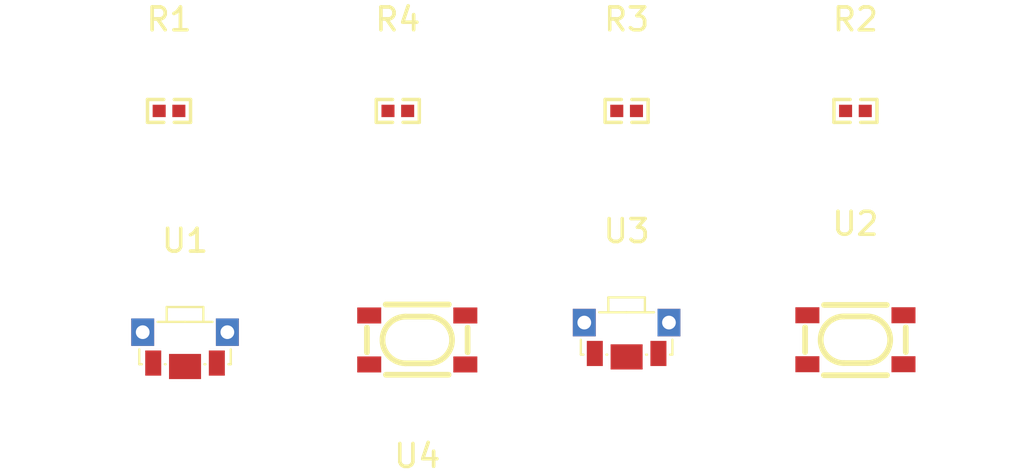
<source format=kicad_pcb>
(kicad_pcb (version 20241229) (generator "pcbnew") (generator_version "9.0")
  (layers (0 "F.Cu" signal) (2 "B.Cu" signal) (13 "F.Paste" user) (15 "B.Paste" user) (5 "F.SilkS" user "F.Silkscreen") (7 "B.SilkS" user "B.Silkscreen") (1 "F.Mask" user) (3 "B.Mask" user) (25 "Edge.Cuts" user))
  (net 0 "")
  (net 1 "btn_pulldown_vertical-gnd")
  (net 2 "hv")
  (net 3 "btn_pulldown_horizontal.btn.footprint.pins[2].net-net")
  (net 4 "btn_pulldown_horizontal-gnd")
  (net 5 "net-3")
  (net 6 "btn_pulldown_horizontal.btn.footprint.pins[3].net-net")
  (net 7 "btn_pullup_horizontal.btn.footprint.pins[3].net-net")
  (net 8 "line")
  (net 9 "net-1")
  (net 10 "line-3")
  (net 11 "btn_pullup_horizontal-hv")
  (net 12 "btn_pullup_horizontal.btn.footprint.pins[2].net-net")
  (net 13 "net")
  (net 14 "line-1")
  (net 15 "line-2")
  (net 16 "net-2")
  (footprint "atopile:R0402-56259e" (layer "F.Cu") (at 20 -10 0)
    (property "Reference" "R3" (at 0 -4 0) (layer "F.SilkS") (hide no))
    (property "Value" "10kΩ ±1% 62.5mW")
    (fp_line (start -0.94 -0.5) (end -0.23 -0.5) (stroke (width 0.15)) (layer "F.SilkS"))
    (fp_line (start -0.94 0.5) (end -0.94 -0.5) (stroke (width 0.15)) (layer "F.SilkS"))
    (fp_line (start -0.23 0.5) (end -0.94 0.5) (stroke (width 0.15)) (layer "F.SilkS"))
    (fp_line (start 0.23 0.5) (end 0.94 0.5) (stroke (width 0.15)) (layer "F.SilkS"))
    (fp_line (start 0.94 -0.5) (end 0.23 -0.5) (stroke (width 0.15)) (layer "F.SilkS"))
    (fp_line (start 0.94 0.5) (end 0.94 -0.5) (stroke (width 0.15)) (layer "F.SilkS"))
    (fp_text user "${REFERENCE}" (at 0 -4 0) (layer "F.SilkS"))
    (pad "1" smd rect (at -0.43 0 0) (size 0.57 0.54) (layers "F.Cu" "F.Mask" "F.Paste") (net 9 "net-1"))
    (pad "2" smd rect (at 0.43 0 0) (size 0.57 0.54) (layers "F.Cu" "F.Mask" "F.Paste") (net 11 "btn_pullup_horizontal-hv"))
  )
  (footprint "atopile:KEY-SMD_SKTDLDE010-0426f5" (layer "F.Cu") (at 20 0 0)
    (property "Reference" "U3" (at 0 -4.75 0) (layer "F.SilkS") (hide no))
    (property "Value" "")
    (fp_line (start -2 0.65) (end -2 0) (stroke (width 0.1)) (layer "F.SilkS"))
    (fp_line (start -2 0.65) (end -1.89 0.65) (stroke (width 0.1)) (layer "F.SilkS"))
    (fp_line (start -0.88 0.65) (end -0.85 0.65) (stroke (width 0.1)) (layer "F.SilkS"))
    (fp_line (start -0.8 -1.85) (end 0.8 -1.85) (stroke (width 0.1)) (layer "F.SilkS"))
    (fp_line (start -0.8 -1.25) (end -0.8 -1.85) (stroke (width 0.1)) (layer "F.SilkS"))
    (fp_line (start 0 -1.2) (end -1.2 -1.2) (stroke (width 0.1)) (layer "F.SilkS"))
    (fp_line (start 0 -1.2) (end 1.2 -1.2) (stroke (width 0.1)) (layer "F.SilkS"))
    (fp_line (start 0.8 -1.85) (end 0.8 -1.25) (stroke (width 0.1)) (layer "F.SilkS"))
    (fp_line (start 0.85 0.65) (end 0.89 0.65) (stroke (width 0.1)) (layer "F.SilkS"))
    (fp_line (start 1.9 0.65) (end 2 0.65) (stroke (width 0.1)) (layer "F.SilkS"))
    (fp_line (start 2 0.65) (end 2 0) (stroke (width 0.1)) (layer "F.SilkS"))
    (fp_text user "${REFERENCE}" (at 0 -4.75 0) (layer "F.SilkS"))
    (pad "1" smd rect (at 1.39 0.6 0) (size 0.7 1.1) (layers "F.Cu" "F.Mask" "F.Paste") (net 8 "line"))
    (pad "2" smd rect (at -1.39 0.6 0) (size 0.7 1.1) (layers "F.Cu" "F.Mask" "F.Paste") (net 9 "net-1"))
    (pad "3" smd rect (at 0 0.75 0) (size 1.4 1.1) (layers "F.Cu" "F.Mask" "F.Paste") (net 12 "btn_pullup_horizontal.btn.footprint.pins[2].net-net"))
    (pad "4" thru_hole rect (at -1.85 -0.75 0) (size 1 1.2) (drill 0.599948) (layers "*.Cu" "*.Mask") (net 7 "btn_pullup_horizontal.btn.footprint.pins[3].net-net"))
    (pad "4" thru_hole rect (at 1.85 -0.75 0) (size 1 1.2) (drill 0.599948) (layers "*.Cu" "*.Mask") (net 7 "btn_pullup_horizontal.btn.footprint.pins[3].net-net"))
  )
  (footprint "atopile:KEY-SMD_4P-L4.2-W3.2-P2.20-LS4.6-a2ccf0" (layer "F.Cu") (at 30 0 0)
    (property "Reference" "U2" (at 0 -5.07 0) (layer "F.SilkS") (hide no))
    (property "Value" "")
    (fp_line (start -2.2 -0.54) (end -2.2 0.54) (stroke (width 0.25)) (layer "F.SilkS"))
    (fp_line (start -1.38 1.55) (end 1.38 1.55) (stroke (width 0.25)) (layer "F.SilkS"))
    (fp_line (start -0.51 -1.02) (end 0.51 -1.02) (stroke (width 0.25)) (layer "F.SilkS"))
    (fp_line (start -0.51 1.02) (end 0.51 1.02) (stroke (width 0.25)) (layer "F.SilkS"))
    (fp_line (start 1.37 -1.52) (end -1.37 -1.52) (stroke (width 0.25)) (layer "F.SilkS"))
    (fp_line (start 2.2 -0.54) (end 2.2 0.54) (stroke (width 0.25)) (layer "F.SilkS"))
    (fp_arc (start -0.51 1.02) (mid -1.53 0) (end -0.51 -1.02) (stroke (width 0.25)) (layer "F.SilkS"))
    (fp_arc (start 0.51 -1.02) (mid 1.53 0) (end 0.51 1.02) (stroke (width 0.25)) (layer "F.SilkS"))
    (fp_text user "${REFERENCE}" (at 0 -5.07 0) (layer "F.SilkS"))
    (pad "1" smd rect (at -2.1 -1.07 0) (size 1.05 0.7) (layers "F.Cu" "F.Mask" "F.Paste") (net 14 "line-1"))
    (pad "2" smd rect (at 2.1 -1.07 0) (size 1.05 0.7) (layers "F.Cu" "F.Mask" "F.Paste") (net 14 "line-1"))
    (pad "3" smd rect (at -2.1 1.07 0) (size 1.05 0.7) (layers "F.Cu" "F.Mask" "F.Paste") (net 13 "net"))
    (pad "4" smd rect (at 2.1 1.07 0) (size 1.05 0.7) (layers "F.Cu" "F.Mask" "F.Paste") (net 13 "net"))
  )
  (footprint "atopile:R0402-56259e" (layer "F.Cu") (at 10 -10 0)
    (property "Reference" "R4" (at 0 -4 0) (layer "F.SilkS") (hide no))
    (property "Value" "10kΩ ±1% 62.5mW")
    (fp_line (start -0.94 -0.5) (end -0.23 -0.5) (stroke (width 0.15)) (layer "F.SilkS"))
    (fp_line (start -0.94 0.5) (end -0.94 -0.5) (stroke (width 0.15)) (layer "F.SilkS"))
    (fp_line (start -0.23 0.5) (end -0.94 0.5) (stroke (width 0.15)) (layer "F.SilkS"))
    (fp_line (start 0.23 0.5) (end 0.94 0.5) (stroke (width 0.15)) (layer "F.SilkS"))
    (fp_line (start 0.94 -0.5) (end 0.23 -0.5) (stroke (width 0.15)) (layer "F.SilkS"))
    (fp_line (start 0.94 0.5) (end 0.94 -0.5) (stroke (width 0.15)) (layer "F.SilkS"))
    (fp_text user "${REFERENCE}" (at 0 -4 0) (layer "F.SilkS"))
    (pad "1" smd rect (at -0.43 0 0) (size 0.57 0.54) (layers "F.Cu" "F.Mask" "F.Paste") (net 16 "net-2"))
    (pad "2" smd rect (at 0.43 0 0) (size 0.57 0.54) (layers "F.Cu" "F.Mask" "F.Paste") (net 2 "hv"))
  )
  (footprint "atopile:KEY-SMD_SKTDLDE010-0426f5" (layer "F.Cu") (at 0.7 0.42 0)
    (property "Reference" "U1" (at 0 -4.75 0) (layer "F.SilkS") (hide no))
    (property "Value" "")
    (fp_line (start -2 0.65) (end -2 0) (stroke (width 0.1)) (layer "F.SilkS"))
    (fp_line (start -2 0.65) (end -1.89 0.65) (stroke (width 0.1)) (layer "F.SilkS"))
    (fp_line (start -0.88 0.65) (end -0.85 0.65) (stroke (width 0.1)) (layer "F.SilkS"))
    (fp_line (start -0.8 -1.85) (end 0.8 -1.85) (stroke (width 0.1)) (layer "F.SilkS"))
    (fp_line (start -0.8 -1.25) (end -0.8 -1.85) (stroke (width 0.1)) (layer "F.SilkS"))
    (fp_line (start 0 -1.2) (end -1.2 -1.2) (stroke (width 0.1)) (layer "F.SilkS"))
    (fp_line (start 0 -1.2) (end 1.2 -1.2) (stroke (width 0.1)) (layer "F.SilkS"))
    (fp_line (start 0.8 -1.85) (end 0.8 -1.25) (stroke (width 0.1)) (layer "F.SilkS"))
    (fp_line (start 0.85 0.65) (end 0.89 0.65) (stroke (width 0.1)) (layer "F.SilkS"))
    (fp_line (start 1.9 0.65) (end 2 0.65) (stroke (width 0.1)) (layer "F.SilkS"))
    (fp_line (start 2 0.65) (end 2 0) (stroke (width 0.1)) (layer "F.SilkS"))
    (fp_text user "${REFERENCE}" (at 0 -4.75 0) (layer "F.SilkS"))
    (pad "1" smd rect (at 1.39 0.6 0) (size 0.7 1.1) (layers "F.Cu" "F.Mask" "F.Paste") (net 10 "line-3"))
    (pad "2" smd rect (at -1.39 0.6 0) (size 0.7 1.1) (layers "F.Cu" "F.Mask" "F.Paste") (net 5 "net-3"))
    (pad "3" smd rect (at 0 0.75 0) (size 1.4 1.1) (layers "F.Cu" "F.Mask" "F.Paste") (net 3 "btn_pulldown_horizontal.btn.footprint.pins[2].net-net"))
    (pad "4" thru_hole rect (at -1.85 -0.75 0) (size 1 1.2) (drill 0.599948) (layers "*.Cu" "*.Mask") (net 6 "btn_pulldown_horizontal.btn.footprint.pins[3].net-net"))
    (pad "4" thru_hole rect (at 1.85 -0.75 0) (size 1 1.2) (drill 0.599948) (layers "*.Cu" "*.Mask") (net 6 "btn_pulldown_horizontal.btn.footprint.pins[3].net-net"))
  )
  (footprint "atopile:R0402-56259e" (layer "F.Cu") (at 30 -10 0)
    (property "Reference" "R2" (at 0 -4 0) (layer "F.SilkS") (hide no))
    (property "Value" "10kΩ ±1% 62.5mW")
    (fp_line (start -0.94 -0.5) (end -0.23 -0.5) (stroke (width 0.15)) (layer "F.SilkS"))
    (fp_line (start -0.94 0.5) (end -0.94 -0.5) (stroke (width 0.15)) (layer "F.SilkS"))
    (fp_line (start -0.23 0.5) (end -0.94 0.5) (stroke (width 0.15)) (layer "F.SilkS"))
    (fp_line (start 0.23 0.5) (end 0.94 0.5) (stroke (width 0.15)) (layer "F.SilkS"))
    (fp_line (start 0.94 -0.5) (end 0.23 -0.5) (stroke (width 0.15)) (layer "F.SilkS"))
    (fp_line (start 0.94 0.5) (end 0.94 -0.5) (stroke (width 0.15)) (layer "F.SilkS"))
    (fp_text user "${REFERENCE}" (at 0 -4 0) (layer "F.SilkS"))
    (pad "1" smd rect (at -0.43 0 0) (size 0.57 0.54) (layers "F.Cu" "F.Mask" "F.Paste") (net 13 "net"))
    (pad "2" smd rect (at 0.43 0 0) (size 0.57 0.54) (layers "F.Cu" "F.Mask" "F.Paste") (net 1 "btn_pulldown_vertical-gnd"))
  )
  (footprint "atopile:KEY-SMD_4P-L4.2-W3.2-P2.20-LS4.6-a2ccf0" (layer "F.Cu") (at 10.85 0.01 180)
    (property "Reference" "U4" (at 0 -5.07 0) (layer "F.SilkS") (hide no))
    (property "Value" "")
    (fp_line (start 2.2 -0.54) (end 2.2 0.54) (stroke (width 0.25)) (layer "F.SilkS"))
    (fp_line (start 1.37 -1.52) (end -1.37 -1.52) (stroke (width 0.25)) (layer "F.SilkS"))
    (fp_line (start -0.51 1.02) (end 0.51 1.02) (stroke (width 0.25)) (layer "F.SilkS"))
    (fp_line (start -0.51 -1.02) (end 0.51 -1.02) (stroke (width 0.25)) (layer "F.SilkS"))
    (fp_line (start -1.38 1.55) (end 1.38 1.55) (stroke (width 0.25)) (layer "F.SilkS"))
    (fp_line (start -2.2 -0.54) (end -2.2 0.54) (stroke (width 0.25)) (layer "F.SilkS"))
    (fp_arc (start 0.51 -1.02) (mid 1.53 0) (end 0.51 1.02) (stroke (width 0.25)) (layer "F.SilkS"))
    (fp_arc (start -0.51 1.02) (mid -1.53 0) (end -0.51 -1.02) (stroke (width 0.25)) (layer "F.SilkS"))
    (fp_text user "${REFERENCE}" (at 0 -5.07 0) (layer "F.SilkS"))
    (pad "1" smd rect (at -2.1 -1.07 180) (size 1.05 0.7) (layers "F.Cu" "F.Mask" "F.Paste") (net 15 "line-2"))
    (pad "2" smd rect (at 2.1 -1.07 180) (size 1.05 0.7) (layers "F.Cu" "F.Mask" "F.Paste") (net 15 "line-2"))
    (pad "3" smd rect (at -2.1 1.07 180) (size 1.05 0.7) (layers "F.Cu" "F.Mask" "F.Paste") (net 16 "net-2"))
    (pad "4" smd rect (at 2.1 1.07 180) (size 1.05 0.7) (layers "F.Cu" "F.Mask" "F.Paste") (net 16 "net-2"))
  )
  (footprint "atopile:R0402-56259e" (layer "F.Cu") (at 0 -10 0)
    (property "Reference" "R1" (at 0 -4 0) (layer "F.SilkS") (hide no))
    (property "Value" "10kΩ ±1% 62.5mW")
    (fp_line (start -0.94 -0.5) (end -0.23 -0.5) (stroke (width 0.15)) (layer "F.SilkS"))
    (fp_line (start -0.94 0.5) (end -0.94 -0.5) (stroke (width 0.15)) (layer "F.SilkS"))
    (fp_line (start -0.23 0.5) (end -0.94 0.5) (stroke (width 0.15)) (layer "F.SilkS"))
    (fp_line (start 0.23 0.5) (end 0.94 0.5) (stroke (width 0.15)) (layer "F.SilkS"))
    (fp_line (start 0.94 -0.5) (end 0.23 -0.5) (stroke (width 0.15)) (layer "F.SilkS"))
    (fp_line (start 0.94 0.5) (end 0.94 -0.5) (stroke (width 0.15)) (layer "F.SilkS"))
    (fp_text user "${REFERENCE}" (at 0 -4 0) (layer "F.SilkS"))
    (pad "1" smd rect (at -0.43 0 0) (size 0.57 0.54) (layers "F.Cu" "F.Mask" "F.Paste") (net 5 "net-3"))
    (pad "2" smd rect (at 0.43 0 0) (size 0.57 0.54) (layers "F.Cu" "F.Mask" "F.Paste") (net 4 "btn_pulldown_horizontal-gnd"))
  )
)
</source>
